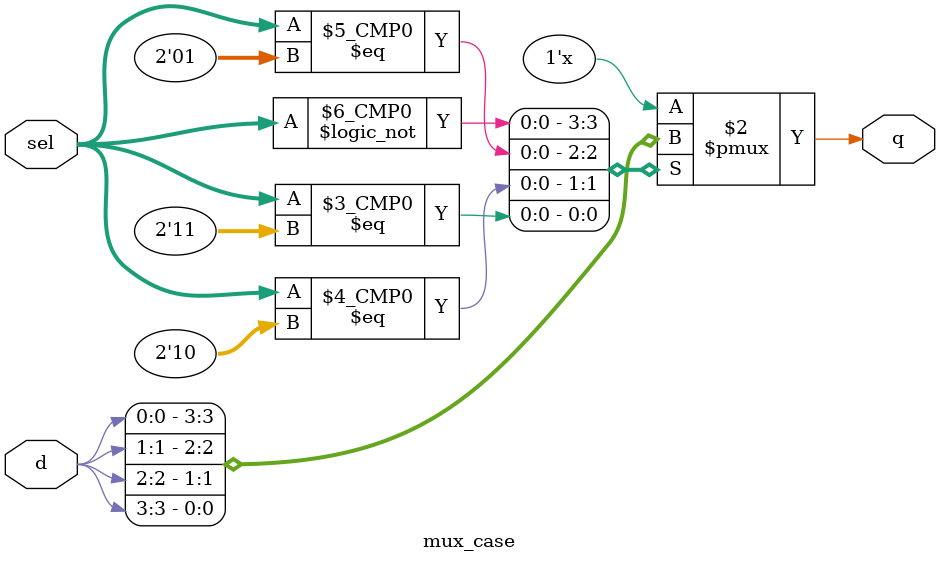
<source format=v>
module mux_case(d,sel,q);

input [1:0] sel;
input [3:0] d;
output q;

reg q;
wire [1:0] sel;
wire [3:0] d;

always @(sel or d)
begin 
	case (sel)
		0: q=d[0];
		
		1: q=d[1];
		
		2: q=d[2];
		
		3: q=d[3];
	endcase 
end

endmodule 
</source>
